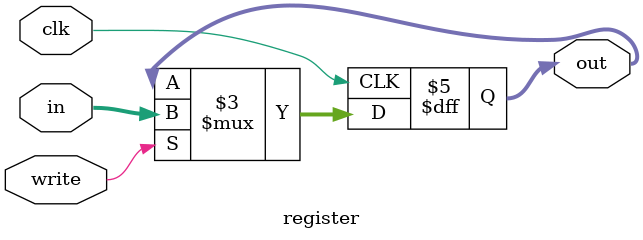
<source format=v>
module register(
  clk, 
  write, 
  in, 
  out
);

  input               clk;
  input             write;
  input      [15:0]    in;
  output reg [15:0]   out = 16'b0000000000000000;
  
  always @(negedge clk)
  begin
      if(write)
          out <= in;
  end

endmodule
</source>
